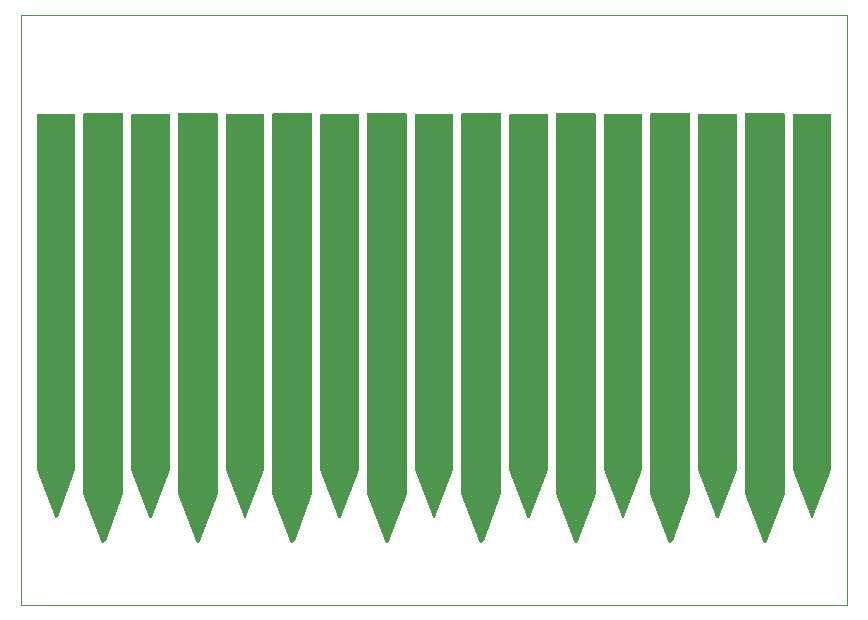
<source format=gts>
G04 EAGLE Gerber RS-274X export*
G75*
%MOMM*%
%FSLAX34Y34*%
%LPD*%
%INStop Mask Top*%
%IPPOS*%
%AMOC8*
5,1,8,0,0,1.08239X$1,22.5*%
G01*
%ADD10C,0.000000*%

G36*
X70035Y52975D02*
X70035Y52975D01*
X70113Y52972D01*
X70236Y52991D01*
X70359Y53001D01*
X70434Y53022D01*
X70511Y53034D01*
X70627Y53077D01*
X70746Y53111D01*
X70816Y53147D01*
X70889Y53174D01*
X70994Y53238D01*
X71104Y53295D01*
X71165Y53344D01*
X71232Y53385D01*
X71322Y53469D01*
X71419Y53546D01*
X71469Y53606D01*
X71526Y53659D01*
X71598Y53760D01*
X71678Y53855D01*
X71715Y53923D01*
X71760Y53987D01*
X71829Y54132D01*
X71871Y54208D01*
X71882Y54244D01*
X71902Y54287D01*
X86902Y94287D01*
X86951Y94472D01*
X87004Y94669D01*
X87004Y94673D01*
X87005Y94676D01*
X87007Y94701D01*
X87031Y95000D01*
X87031Y415000D01*
X87029Y415018D01*
X87031Y415036D01*
X87010Y415218D01*
X86991Y415401D01*
X86986Y415418D01*
X86984Y415435D01*
X86927Y415610D01*
X86873Y415786D01*
X86865Y415801D01*
X86859Y415818D01*
X86769Y415978D01*
X86681Y416140D01*
X86670Y416153D01*
X86661Y416169D01*
X86541Y416308D01*
X86424Y416449D01*
X86410Y416460D01*
X86398Y416474D01*
X86253Y416586D01*
X86110Y416701D01*
X86094Y416709D01*
X86080Y416720D01*
X85915Y416802D01*
X85753Y416887D01*
X85736Y416892D01*
X85720Y416900D01*
X85541Y416947D01*
X85366Y416998D01*
X85348Y417000D01*
X85331Y417004D01*
X85000Y417031D01*
X55000Y417031D01*
X54982Y417029D01*
X54964Y417031D01*
X54782Y417010D01*
X54599Y416991D01*
X54582Y416986D01*
X54565Y416984D01*
X54390Y416927D01*
X54214Y416873D01*
X54199Y416865D01*
X54182Y416859D01*
X54022Y416769D01*
X53860Y416681D01*
X53847Y416670D01*
X53831Y416661D01*
X53692Y416541D01*
X53551Y416424D01*
X53540Y416410D01*
X53527Y416398D01*
X53414Y416253D01*
X53299Y416110D01*
X53291Y416094D01*
X53280Y416080D01*
X53198Y415915D01*
X53113Y415753D01*
X53108Y415736D01*
X53100Y415720D01*
X53053Y415541D01*
X53002Y415366D01*
X53000Y415348D01*
X52996Y415331D01*
X52969Y415000D01*
X52969Y95000D01*
X52988Y94805D01*
X53007Y94606D01*
X53008Y94602D01*
X53009Y94599D01*
X53016Y94575D01*
X53098Y94287D01*
X68098Y54287D01*
X68133Y54217D01*
X68158Y54143D01*
X68221Y54037D01*
X68276Y53926D01*
X68324Y53864D01*
X68363Y53797D01*
X68446Y53705D01*
X68522Y53607D01*
X68581Y53556D01*
X68633Y53498D01*
X68732Y53424D01*
X68826Y53343D01*
X68893Y53304D01*
X68956Y53258D01*
X69068Y53205D01*
X69176Y53144D01*
X69250Y53119D01*
X69320Y53086D01*
X69440Y53056D01*
X69558Y53017D01*
X69636Y53008D01*
X69711Y52989D01*
X69835Y52984D01*
X69958Y52969D01*
X70035Y52975D01*
G37*
G36*
X550035Y52975D02*
X550035Y52975D01*
X550113Y52972D01*
X550236Y52991D01*
X550359Y53001D01*
X550434Y53022D01*
X550511Y53034D01*
X550627Y53077D01*
X550746Y53111D01*
X550816Y53147D01*
X550889Y53174D01*
X550994Y53238D01*
X551104Y53295D01*
X551165Y53344D01*
X551232Y53385D01*
X551322Y53469D01*
X551419Y53546D01*
X551469Y53606D01*
X551526Y53659D01*
X551598Y53760D01*
X551678Y53855D01*
X551715Y53923D01*
X551760Y53987D01*
X551829Y54132D01*
X551871Y54208D01*
X551882Y54244D01*
X551902Y54287D01*
X566902Y94287D01*
X566951Y94472D01*
X567004Y94669D01*
X567004Y94673D01*
X567005Y94676D01*
X567007Y94701D01*
X567031Y95000D01*
X567031Y415000D01*
X567029Y415018D01*
X567031Y415036D01*
X567010Y415218D01*
X566991Y415401D01*
X566986Y415418D01*
X566984Y415435D01*
X566927Y415610D01*
X566873Y415786D01*
X566865Y415801D01*
X566859Y415818D01*
X566769Y415978D01*
X566681Y416140D01*
X566670Y416153D01*
X566661Y416169D01*
X566541Y416308D01*
X566424Y416449D01*
X566410Y416460D01*
X566398Y416474D01*
X566253Y416586D01*
X566110Y416701D01*
X566094Y416709D01*
X566080Y416720D01*
X565915Y416802D01*
X565753Y416887D01*
X565736Y416892D01*
X565720Y416900D01*
X565541Y416947D01*
X565366Y416998D01*
X565348Y417000D01*
X565331Y417004D01*
X565000Y417031D01*
X535000Y417031D01*
X534982Y417029D01*
X534964Y417031D01*
X534782Y417010D01*
X534599Y416991D01*
X534582Y416986D01*
X534565Y416984D01*
X534390Y416927D01*
X534214Y416873D01*
X534199Y416865D01*
X534182Y416859D01*
X534022Y416769D01*
X533860Y416681D01*
X533847Y416670D01*
X533831Y416661D01*
X533692Y416541D01*
X533551Y416424D01*
X533540Y416410D01*
X533527Y416398D01*
X533414Y416253D01*
X533299Y416110D01*
X533291Y416094D01*
X533280Y416080D01*
X533198Y415915D01*
X533113Y415753D01*
X533108Y415736D01*
X533100Y415720D01*
X533053Y415541D01*
X533002Y415366D01*
X533000Y415348D01*
X532996Y415331D01*
X532969Y415000D01*
X532969Y95000D01*
X532988Y94805D01*
X533007Y94606D01*
X533008Y94602D01*
X533009Y94599D01*
X533016Y94575D01*
X533098Y94287D01*
X548098Y54287D01*
X548133Y54217D01*
X548158Y54143D01*
X548221Y54037D01*
X548276Y53926D01*
X548324Y53864D01*
X548363Y53797D01*
X548446Y53705D01*
X548522Y53607D01*
X548581Y53556D01*
X548633Y53498D01*
X548732Y53424D01*
X548826Y53343D01*
X548893Y53304D01*
X548956Y53258D01*
X549068Y53205D01*
X549176Y53144D01*
X549250Y53119D01*
X549320Y53086D01*
X549440Y53056D01*
X549558Y53017D01*
X549636Y53008D01*
X549711Y52989D01*
X549835Y52984D01*
X549958Y52969D01*
X550035Y52975D01*
G37*
G36*
X390035Y52975D02*
X390035Y52975D01*
X390113Y52972D01*
X390236Y52991D01*
X390359Y53001D01*
X390434Y53022D01*
X390511Y53034D01*
X390627Y53077D01*
X390746Y53111D01*
X390816Y53147D01*
X390889Y53174D01*
X390994Y53238D01*
X391104Y53295D01*
X391165Y53344D01*
X391232Y53385D01*
X391322Y53469D01*
X391419Y53546D01*
X391469Y53606D01*
X391526Y53659D01*
X391598Y53760D01*
X391678Y53855D01*
X391715Y53923D01*
X391760Y53987D01*
X391829Y54132D01*
X391871Y54208D01*
X391882Y54244D01*
X391902Y54287D01*
X406902Y94287D01*
X406951Y94472D01*
X407004Y94669D01*
X407004Y94673D01*
X407005Y94676D01*
X407007Y94701D01*
X407031Y95000D01*
X407031Y415000D01*
X407029Y415018D01*
X407031Y415036D01*
X407010Y415218D01*
X406991Y415401D01*
X406986Y415418D01*
X406984Y415435D01*
X406927Y415610D01*
X406873Y415786D01*
X406865Y415801D01*
X406859Y415818D01*
X406769Y415978D01*
X406681Y416140D01*
X406670Y416153D01*
X406661Y416169D01*
X406541Y416308D01*
X406424Y416449D01*
X406410Y416460D01*
X406398Y416474D01*
X406253Y416586D01*
X406110Y416701D01*
X406094Y416709D01*
X406080Y416720D01*
X405915Y416802D01*
X405753Y416887D01*
X405736Y416892D01*
X405720Y416900D01*
X405541Y416947D01*
X405366Y416998D01*
X405348Y417000D01*
X405331Y417004D01*
X405000Y417031D01*
X375000Y417031D01*
X374982Y417029D01*
X374964Y417031D01*
X374782Y417010D01*
X374599Y416991D01*
X374582Y416986D01*
X374565Y416984D01*
X374390Y416927D01*
X374214Y416873D01*
X374199Y416865D01*
X374182Y416859D01*
X374022Y416769D01*
X373860Y416681D01*
X373847Y416670D01*
X373831Y416661D01*
X373692Y416541D01*
X373551Y416424D01*
X373540Y416410D01*
X373527Y416398D01*
X373414Y416253D01*
X373299Y416110D01*
X373291Y416094D01*
X373280Y416080D01*
X373198Y415915D01*
X373113Y415753D01*
X373108Y415736D01*
X373100Y415720D01*
X373053Y415541D01*
X373002Y415366D01*
X373000Y415348D01*
X372996Y415331D01*
X372969Y415000D01*
X372969Y95000D01*
X372988Y94805D01*
X373007Y94606D01*
X373008Y94602D01*
X373009Y94599D01*
X373016Y94575D01*
X373098Y94287D01*
X388098Y54287D01*
X388133Y54217D01*
X388158Y54143D01*
X388221Y54037D01*
X388276Y53926D01*
X388324Y53864D01*
X388363Y53797D01*
X388446Y53705D01*
X388522Y53607D01*
X388581Y53556D01*
X388633Y53498D01*
X388732Y53424D01*
X388826Y53343D01*
X388893Y53304D01*
X388956Y53258D01*
X389068Y53205D01*
X389176Y53144D01*
X389250Y53119D01*
X389320Y53086D01*
X389440Y53056D01*
X389558Y53017D01*
X389636Y53008D01*
X389711Y52989D01*
X389835Y52984D01*
X389958Y52969D01*
X390035Y52975D01*
G37*
G36*
X630035Y52975D02*
X630035Y52975D01*
X630113Y52972D01*
X630236Y52991D01*
X630359Y53001D01*
X630434Y53022D01*
X630511Y53034D01*
X630627Y53077D01*
X630746Y53111D01*
X630816Y53147D01*
X630889Y53174D01*
X630994Y53238D01*
X631104Y53295D01*
X631165Y53344D01*
X631232Y53385D01*
X631322Y53469D01*
X631419Y53546D01*
X631469Y53606D01*
X631526Y53659D01*
X631598Y53760D01*
X631678Y53855D01*
X631715Y53923D01*
X631760Y53987D01*
X631829Y54132D01*
X631871Y54208D01*
X631882Y54244D01*
X631902Y54287D01*
X646902Y94287D01*
X646951Y94472D01*
X647004Y94669D01*
X647004Y94673D01*
X647005Y94676D01*
X647007Y94701D01*
X647031Y95000D01*
X647031Y415000D01*
X647029Y415018D01*
X647031Y415036D01*
X647010Y415218D01*
X646991Y415401D01*
X646986Y415418D01*
X646984Y415435D01*
X646927Y415610D01*
X646873Y415786D01*
X646865Y415801D01*
X646859Y415818D01*
X646769Y415978D01*
X646681Y416140D01*
X646670Y416153D01*
X646661Y416169D01*
X646541Y416308D01*
X646424Y416449D01*
X646410Y416460D01*
X646398Y416474D01*
X646253Y416586D01*
X646110Y416701D01*
X646094Y416709D01*
X646080Y416720D01*
X645915Y416802D01*
X645753Y416887D01*
X645736Y416892D01*
X645720Y416900D01*
X645541Y416947D01*
X645366Y416998D01*
X645348Y417000D01*
X645331Y417004D01*
X645000Y417031D01*
X615000Y417031D01*
X614982Y417029D01*
X614964Y417031D01*
X614782Y417010D01*
X614599Y416991D01*
X614582Y416986D01*
X614565Y416984D01*
X614390Y416927D01*
X614214Y416873D01*
X614199Y416865D01*
X614182Y416859D01*
X614022Y416769D01*
X613860Y416681D01*
X613847Y416670D01*
X613831Y416661D01*
X613692Y416541D01*
X613551Y416424D01*
X613540Y416410D01*
X613527Y416398D01*
X613414Y416253D01*
X613299Y416110D01*
X613291Y416094D01*
X613280Y416080D01*
X613198Y415915D01*
X613113Y415753D01*
X613108Y415736D01*
X613100Y415720D01*
X613053Y415541D01*
X613002Y415366D01*
X613000Y415348D01*
X612996Y415331D01*
X612969Y415000D01*
X612969Y95000D01*
X612988Y94805D01*
X613007Y94606D01*
X613008Y94602D01*
X613009Y94599D01*
X613016Y94575D01*
X613098Y94287D01*
X628098Y54287D01*
X628133Y54217D01*
X628158Y54143D01*
X628221Y54037D01*
X628276Y53926D01*
X628324Y53864D01*
X628363Y53797D01*
X628446Y53705D01*
X628522Y53607D01*
X628581Y53556D01*
X628633Y53498D01*
X628732Y53424D01*
X628826Y53343D01*
X628893Y53304D01*
X628956Y53258D01*
X629068Y53205D01*
X629176Y53144D01*
X629250Y53119D01*
X629320Y53086D01*
X629440Y53056D01*
X629558Y53017D01*
X629636Y53008D01*
X629711Y52989D01*
X629835Y52984D01*
X629958Y52969D01*
X630035Y52975D01*
G37*
G36*
X310035Y52975D02*
X310035Y52975D01*
X310113Y52972D01*
X310236Y52991D01*
X310359Y53001D01*
X310434Y53022D01*
X310511Y53034D01*
X310627Y53077D01*
X310746Y53111D01*
X310816Y53147D01*
X310889Y53174D01*
X310994Y53238D01*
X311104Y53295D01*
X311165Y53344D01*
X311232Y53385D01*
X311322Y53469D01*
X311419Y53546D01*
X311469Y53606D01*
X311526Y53659D01*
X311598Y53760D01*
X311678Y53855D01*
X311715Y53923D01*
X311760Y53987D01*
X311829Y54132D01*
X311871Y54208D01*
X311882Y54244D01*
X311902Y54287D01*
X326902Y94287D01*
X326951Y94472D01*
X327004Y94669D01*
X327004Y94673D01*
X327005Y94676D01*
X327007Y94701D01*
X327031Y95000D01*
X327031Y415000D01*
X327029Y415018D01*
X327031Y415036D01*
X327010Y415218D01*
X326991Y415401D01*
X326986Y415418D01*
X326984Y415435D01*
X326927Y415610D01*
X326873Y415786D01*
X326865Y415801D01*
X326859Y415818D01*
X326769Y415978D01*
X326681Y416140D01*
X326670Y416153D01*
X326661Y416169D01*
X326541Y416308D01*
X326424Y416449D01*
X326410Y416460D01*
X326398Y416474D01*
X326253Y416586D01*
X326110Y416701D01*
X326094Y416709D01*
X326080Y416720D01*
X325915Y416802D01*
X325753Y416887D01*
X325736Y416892D01*
X325720Y416900D01*
X325541Y416947D01*
X325366Y416998D01*
X325348Y417000D01*
X325331Y417004D01*
X325000Y417031D01*
X295000Y417031D01*
X294982Y417029D01*
X294964Y417031D01*
X294782Y417010D01*
X294599Y416991D01*
X294582Y416986D01*
X294565Y416984D01*
X294390Y416927D01*
X294214Y416873D01*
X294199Y416865D01*
X294182Y416859D01*
X294022Y416769D01*
X293860Y416681D01*
X293847Y416670D01*
X293831Y416661D01*
X293692Y416541D01*
X293551Y416424D01*
X293540Y416410D01*
X293527Y416398D01*
X293414Y416253D01*
X293299Y416110D01*
X293291Y416094D01*
X293280Y416080D01*
X293198Y415915D01*
X293113Y415753D01*
X293108Y415736D01*
X293100Y415720D01*
X293053Y415541D01*
X293002Y415366D01*
X293000Y415348D01*
X292996Y415331D01*
X292969Y415000D01*
X292969Y95000D01*
X292988Y94805D01*
X293007Y94606D01*
X293008Y94602D01*
X293009Y94599D01*
X293016Y94575D01*
X293098Y94287D01*
X308098Y54287D01*
X308133Y54217D01*
X308158Y54143D01*
X308221Y54037D01*
X308276Y53926D01*
X308324Y53864D01*
X308363Y53797D01*
X308446Y53705D01*
X308522Y53607D01*
X308581Y53556D01*
X308633Y53498D01*
X308732Y53424D01*
X308826Y53343D01*
X308893Y53304D01*
X308956Y53258D01*
X309068Y53205D01*
X309176Y53144D01*
X309250Y53119D01*
X309320Y53086D01*
X309440Y53056D01*
X309558Y53017D01*
X309636Y53008D01*
X309711Y52989D01*
X309835Y52984D01*
X309958Y52969D01*
X310035Y52975D01*
G37*
G36*
X470035Y52975D02*
X470035Y52975D01*
X470113Y52972D01*
X470236Y52991D01*
X470359Y53001D01*
X470434Y53022D01*
X470511Y53034D01*
X470627Y53077D01*
X470746Y53111D01*
X470816Y53147D01*
X470889Y53174D01*
X470994Y53238D01*
X471104Y53295D01*
X471165Y53344D01*
X471232Y53385D01*
X471322Y53469D01*
X471419Y53546D01*
X471469Y53606D01*
X471526Y53659D01*
X471598Y53760D01*
X471678Y53855D01*
X471715Y53923D01*
X471760Y53987D01*
X471829Y54132D01*
X471871Y54208D01*
X471882Y54244D01*
X471902Y54287D01*
X486902Y94287D01*
X486951Y94472D01*
X487004Y94669D01*
X487004Y94673D01*
X487005Y94676D01*
X487007Y94701D01*
X487031Y95000D01*
X487031Y415000D01*
X487029Y415018D01*
X487031Y415036D01*
X487010Y415218D01*
X486991Y415401D01*
X486986Y415418D01*
X486984Y415435D01*
X486927Y415610D01*
X486873Y415786D01*
X486865Y415801D01*
X486859Y415818D01*
X486769Y415978D01*
X486681Y416140D01*
X486670Y416153D01*
X486661Y416169D01*
X486541Y416308D01*
X486424Y416449D01*
X486410Y416460D01*
X486398Y416474D01*
X486253Y416586D01*
X486110Y416701D01*
X486094Y416709D01*
X486080Y416720D01*
X485915Y416802D01*
X485753Y416887D01*
X485736Y416892D01*
X485720Y416900D01*
X485541Y416947D01*
X485366Y416998D01*
X485348Y417000D01*
X485331Y417004D01*
X485000Y417031D01*
X455000Y417031D01*
X454982Y417029D01*
X454964Y417031D01*
X454782Y417010D01*
X454599Y416991D01*
X454582Y416986D01*
X454565Y416984D01*
X454390Y416927D01*
X454214Y416873D01*
X454199Y416865D01*
X454182Y416859D01*
X454022Y416769D01*
X453860Y416681D01*
X453847Y416670D01*
X453831Y416661D01*
X453692Y416541D01*
X453551Y416424D01*
X453540Y416410D01*
X453527Y416398D01*
X453414Y416253D01*
X453299Y416110D01*
X453291Y416094D01*
X453280Y416080D01*
X453198Y415915D01*
X453113Y415753D01*
X453108Y415736D01*
X453100Y415720D01*
X453053Y415541D01*
X453002Y415366D01*
X453000Y415348D01*
X452996Y415331D01*
X452969Y415000D01*
X452969Y95000D01*
X452988Y94805D01*
X453007Y94606D01*
X453008Y94602D01*
X453009Y94599D01*
X453016Y94575D01*
X453098Y94287D01*
X468098Y54287D01*
X468133Y54217D01*
X468158Y54143D01*
X468221Y54037D01*
X468276Y53926D01*
X468324Y53864D01*
X468363Y53797D01*
X468446Y53705D01*
X468522Y53607D01*
X468581Y53556D01*
X468633Y53498D01*
X468732Y53424D01*
X468826Y53343D01*
X468893Y53304D01*
X468956Y53258D01*
X469068Y53205D01*
X469176Y53144D01*
X469250Y53119D01*
X469320Y53086D01*
X469440Y53056D01*
X469558Y53017D01*
X469636Y53008D01*
X469711Y52989D01*
X469835Y52984D01*
X469958Y52969D01*
X470035Y52975D01*
G37*
G36*
X230035Y52975D02*
X230035Y52975D01*
X230113Y52972D01*
X230236Y52991D01*
X230359Y53001D01*
X230434Y53022D01*
X230511Y53034D01*
X230627Y53077D01*
X230746Y53111D01*
X230816Y53147D01*
X230889Y53174D01*
X230994Y53238D01*
X231104Y53295D01*
X231165Y53344D01*
X231232Y53385D01*
X231322Y53469D01*
X231419Y53546D01*
X231469Y53606D01*
X231526Y53659D01*
X231598Y53760D01*
X231678Y53855D01*
X231715Y53923D01*
X231760Y53987D01*
X231829Y54132D01*
X231871Y54208D01*
X231882Y54244D01*
X231902Y54287D01*
X246902Y94287D01*
X246951Y94472D01*
X247004Y94669D01*
X247004Y94673D01*
X247005Y94676D01*
X247007Y94701D01*
X247031Y95000D01*
X247031Y415000D01*
X247029Y415018D01*
X247031Y415036D01*
X247010Y415218D01*
X246991Y415401D01*
X246986Y415418D01*
X246984Y415435D01*
X246927Y415610D01*
X246873Y415786D01*
X246865Y415801D01*
X246859Y415818D01*
X246769Y415978D01*
X246681Y416140D01*
X246670Y416153D01*
X246661Y416169D01*
X246541Y416308D01*
X246424Y416449D01*
X246410Y416460D01*
X246398Y416474D01*
X246253Y416586D01*
X246110Y416701D01*
X246094Y416709D01*
X246080Y416720D01*
X245915Y416802D01*
X245753Y416887D01*
X245736Y416892D01*
X245720Y416900D01*
X245541Y416947D01*
X245366Y416998D01*
X245348Y417000D01*
X245331Y417004D01*
X245000Y417031D01*
X215000Y417031D01*
X214982Y417029D01*
X214964Y417031D01*
X214782Y417010D01*
X214599Y416991D01*
X214582Y416986D01*
X214565Y416984D01*
X214390Y416927D01*
X214214Y416873D01*
X214199Y416865D01*
X214182Y416859D01*
X214022Y416769D01*
X213860Y416681D01*
X213847Y416670D01*
X213831Y416661D01*
X213692Y416541D01*
X213551Y416424D01*
X213540Y416410D01*
X213527Y416398D01*
X213414Y416253D01*
X213299Y416110D01*
X213291Y416094D01*
X213280Y416080D01*
X213198Y415915D01*
X213113Y415753D01*
X213108Y415736D01*
X213100Y415720D01*
X213053Y415541D01*
X213002Y415366D01*
X213000Y415348D01*
X212996Y415331D01*
X212969Y415000D01*
X212969Y95000D01*
X212988Y94805D01*
X213007Y94606D01*
X213008Y94602D01*
X213009Y94599D01*
X213016Y94575D01*
X213098Y94287D01*
X228098Y54287D01*
X228133Y54217D01*
X228158Y54143D01*
X228221Y54037D01*
X228276Y53926D01*
X228324Y53864D01*
X228363Y53797D01*
X228446Y53705D01*
X228522Y53607D01*
X228581Y53556D01*
X228633Y53498D01*
X228732Y53424D01*
X228826Y53343D01*
X228893Y53304D01*
X228956Y53258D01*
X229068Y53205D01*
X229176Y53144D01*
X229250Y53119D01*
X229320Y53086D01*
X229440Y53056D01*
X229558Y53017D01*
X229636Y53008D01*
X229711Y52989D01*
X229835Y52984D01*
X229958Y52969D01*
X230035Y52975D01*
G37*
G36*
X150035Y52975D02*
X150035Y52975D01*
X150113Y52972D01*
X150236Y52991D01*
X150359Y53001D01*
X150434Y53022D01*
X150511Y53034D01*
X150627Y53077D01*
X150746Y53111D01*
X150816Y53147D01*
X150889Y53174D01*
X150994Y53238D01*
X151104Y53295D01*
X151165Y53344D01*
X151232Y53385D01*
X151322Y53469D01*
X151419Y53546D01*
X151469Y53606D01*
X151526Y53659D01*
X151598Y53760D01*
X151678Y53855D01*
X151715Y53923D01*
X151760Y53987D01*
X151829Y54132D01*
X151871Y54208D01*
X151882Y54244D01*
X151902Y54287D01*
X166902Y94287D01*
X166951Y94472D01*
X167004Y94669D01*
X167004Y94673D01*
X167005Y94676D01*
X167007Y94701D01*
X167031Y95000D01*
X167031Y415000D01*
X167029Y415018D01*
X167031Y415036D01*
X167010Y415218D01*
X166991Y415401D01*
X166986Y415418D01*
X166984Y415435D01*
X166927Y415610D01*
X166873Y415786D01*
X166865Y415801D01*
X166859Y415818D01*
X166769Y415978D01*
X166681Y416140D01*
X166670Y416153D01*
X166661Y416169D01*
X166541Y416308D01*
X166424Y416449D01*
X166410Y416460D01*
X166398Y416474D01*
X166253Y416586D01*
X166110Y416701D01*
X166094Y416709D01*
X166080Y416720D01*
X165915Y416802D01*
X165753Y416887D01*
X165736Y416892D01*
X165720Y416900D01*
X165541Y416947D01*
X165366Y416998D01*
X165348Y417000D01*
X165331Y417004D01*
X165000Y417031D01*
X135000Y417031D01*
X134982Y417029D01*
X134964Y417031D01*
X134782Y417010D01*
X134599Y416991D01*
X134582Y416986D01*
X134565Y416984D01*
X134390Y416927D01*
X134214Y416873D01*
X134199Y416865D01*
X134182Y416859D01*
X134022Y416769D01*
X133860Y416681D01*
X133847Y416670D01*
X133831Y416661D01*
X133692Y416541D01*
X133551Y416424D01*
X133540Y416410D01*
X133527Y416398D01*
X133414Y416253D01*
X133299Y416110D01*
X133291Y416094D01*
X133280Y416080D01*
X133198Y415915D01*
X133113Y415753D01*
X133108Y415736D01*
X133100Y415720D01*
X133053Y415541D01*
X133002Y415366D01*
X133000Y415348D01*
X132996Y415331D01*
X132969Y415000D01*
X132969Y95000D01*
X132988Y94805D01*
X133007Y94606D01*
X133008Y94602D01*
X133009Y94599D01*
X133016Y94575D01*
X133098Y94287D01*
X148098Y54287D01*
X148133Y54217D01*
X148158Y54143D01*
X148221Y54037D01*
X148276Y53926D01*
X148324Y53864D01*
X148363Y53797D01*
X148446Y53705D01*
X148522Y53607D01*
X148581Y53556D01*
X148633Y53498D01*
X148732Y53424D01*
X148826Y53343D01*
X148893Y53304D01*
X148956Y53258D01*
X149068Y53205D01*
X149176Y53144D01*
X149250Y53119D01*
X149320Y53086D01*
X149440Y53056D01*
X149558Y53017D01*
X149636Y53008D01*
X149711Y52989D01*
X149835Y52984D01*
X149958Y52969D01*
X150035Y52975D01*
G37*
G36*
X190079Y73736D02*
X190079Y73736D01*
X190102Y73735D01*
X190235Y73763D01*
X190369Y73786D01*
X190390Y73795D01*
X190413Y73800D01*
X190535Y73860D01*
X190660Y73916D01*
X190678Y73930D01*
X190698Y73940D01*
X190802Y74029D01*
X190909Y74114D01*
X190922Y74132D01*
X190940Y74147D01*
X191018Y74259D01*
X191100Y74367D01*
X191109Y74389D01*
X191122Y74407D01*
X191188Y74554D01*
X206188Y114554D01*
X206222Y114697D01*
X206259Y114839D01*
X206260Y114856D01*
X206262Y114864D01*
X206262Y114880D01*
X206269Y115000D01*
X206269Y415000D01*
X206254Y415118D01*
X206247Y415237D01*
X206234Y415275D01*
X206229Y415316D01*
X206186Y415426D01*
X206149Y415539D01*
X206127Y415574D01*
X206112Y415611D01*
X206043Y415707D01*
X205979Y415808D01*
X205949Y415836D01*
X205926Y415869D01*
X205834Y415945D01*
X205747Y416026D01*
X205712Y416046D01*
X205681Y416071D01*
X205573Y416122D01*
X205469Y416180D01*
X205429Y416190D01*
X205393Y416207D01*
X205276Y416229D01*
X205161Y416259D01*
X205101Y416263D01*
X205081Y416267D01*
X205060Y416265D01*
X205000Y416269D01*
X175000Y416269D01*
X174882Y416254D01*
X174763Y416247D01*
X174725Y416234D01*
X174684Y416229D01*
X174574Y416186D01*
X174461Y416149D01*
X174426Y416127D01*
X174389Y416112D01*
X174293Y416043D01*
X174192Y415979D01*
X174164Y415949D01*
X174131Y415926D01*
X174056Y415834D01*
X173974Y415747D01*
X173954Y415712D01*
X173929Y415681D01*
X173878Y415573D01*
X173820Y415469D01*
X173810Y415429D01*
X173793Y415393D01*
X173771Y415276D01*
X173741Y415161D01*
X173737Y415101D01*
X173733Y415081D01*
X173735Y415060D01*
X173731Y415000D01*
X173731Y115000D01*
X173749Y114854D01*
X173765Y114708D01*
X173770Y114692D01*
X173771Y114684D01*
X173777Y114669D01*
X173812Y114554D01*
X188812Y74554D01*
X188822Y74534D01*
X188828Y74512D01*
X188896Y74394D01*
X188960Y74273D01*
X188975Y74256D01*
X188987Y74236D01*
X189081Y74138D01*
X189173Y74037D01*
X189192Y74024D01*
X189208Y74008D01*
X189324Y73937D01*
X189438Y73862D01*
X189460Y73854D01*
X189480Y73842D01*
X189610Y73802D01*
X189739Y73758D01*
X189762Y73756D01*
X189784Y73749D01*
X189920Y73743D01*
X190056Y73732D01*
X190079Y73736D01*
G37*
G36*
X510079Y73736D02*
X510079Y73736D01*
X510102Y73735D01*
X510235Y73763D01*
X510369Y73786D01*
X510390Y73795D01*
X510413Y73800D01*
X510535Y73860D01*
X510660Y73916D01*
X510678Y73930D01*
X510698Y73940D01*
X510802Y74029D01*
X510909Y74114D01*
X510922Y74132D01*
X510940Y74147D01*
X511018Y74259D01*
X511100Y74367D01*
X511109Y74389D01*
X511122Y74407D01*
X511188Y74554D01*
X526188Y114554D01*
X526222Y114697D01*
X526259Y114839D01*
X526260Y114856D01*
X526262Y114864D01*
X526262Y114880D01*
X526269Y115000D01*
X526269Y415000D01*
X526254Y415118D01*
X526247Y415237D01*
X526234Y415275D01*
X526229Y415316D01*
X526186Y415426D01*
X526149Y415539D01*
X526127Y415574D01*
X526112Y415611D01*
X526043Y415707D01*
X525979Y415808D01*
X525949Y415836D01*
X525926Y415869D01*
X525834Y415945D01*
X525747Y416026D01*
X525712Y416046D01*
X525681Y416071D01*
X525573Y416122D01*
X525469Y416180D01*
X525429Y416190D01*
X525393Y416207D01*
X525276Y416229D01*
X525161Y416259D01*
X525101Y416263D01*
X525081Y416267D01*
X525060Y416265D01*
X525000Y416269D01*
X495000Y416269D01*
X494882Y416254D01*
X494763Y416247D01*
X494725Y416234D01*
X494684Y416229D01*
X494574Y416186D01*
X494461Y416149D01*
X494426Y416127D01*
X494389Y416112D01*
X494293Y416043D01*
X494192Y415979D01*
X494164Y415949D01*
X494131Y415926D01*
X494056Y415834D01*
X493974Y415747D01*
X493954Y415712D01*
X493929Y415681D01*
X493878Y415573D01*
X493820Y415469D01*
X493810Y415429D01*
X493793Y415393D01*
X493771Y415276D01*
X493741Y415161D01*
X493737Y415101D01*
X493733Y415081D01*
X493735Y415060D01*
X493731Y415000D01*
X493731Y115000D01*
X493749Y114854D01*
X493765Y114708D01*
X493770Y114692D01*
X493771Y114684D01*
X493777Y114669D01*
X493812Y114554D01*
X508812Y74554D01*
X508822Y74534D01*
X508828Y74512D01*
X508896Y74394D01*
X508960Y74273D01*
X508975Y74256D01*
X508987Y74236D01*
X509081Y74138D01*
X509173Y74037D01*
X509192Y74024D01*
X509208Y74008D01*
X509324Y73937D01*
X509438Y73862D01*
X509460Y73854D01*
X509480Y73842D01*
X509610Y73802D01*
X509739Y73758D01*
X509762Y73756D01*
X509784Y73749D01*
X509920Y73743D01*
X510056Y73732D01*
X510079Y73736D01*
G37*
G36*
X350079Y73736D02*
X350079Y73736D01*
X350102Y73735D01*
X350235Y73763D01*
X350369Y73786D01*
X350390Y73795D01*
X350413Y73800D01*
X350535Y73860D01*
X350660Y73916D01*
X350678Y73930D01*
X350698Y73940D01*
X350802Y74029D01*
X350909Y74114D01*
X350922Y74132D01*
X350940Y74147D01*
X351018Y74259D01*
X351100Y74367D01*
X351109Y74389D01*
X351122Y74407D01*
X351188Y74554D01*
X366188Y114554D01*
X366222Y114697D01*
X366259Y114839D01*
X366260Y114856D01*
X366262Y114864D01*
X366262Y114880D01*
X366269Y115000D01*
X366269Y415000D01*
X366254Y415118D01*
X366247Y415237D01*
X366234Y415275D01*
X366229Y415316D01*
X366186Y415426D01*
X366149Y415539D01*
X366127Y415574D01*
X366112Y415611D01*
X366043Y415707D01*
X365979Y415808D01*
X365949Y415836D01*
X365926Y415869D01*
X365834Y415945D01*
X365747Y416026D01*
X365712Y416046D01*
X365681Y416071D01*
X365573Y416122D01*
X365469Y416180D01*
X365429Y416190D01*
X365393Y416207D01*
X365276Y416229D01*
X365161Y416259D01*
X365101Y416263D01*
X365081Y416267D01*
X365060Y416265D01*
X365000Y416269D01*
X335000Y416269D01*
X334882Y416254D01*
X334763Y416247D01*
X334725Y416234D01*
X334684Y416229D01*
X334574Y416186D01*
X334461Y416149D01*
X334426Y416127D01*
X334389Y416112D01*
X334293Y416043D01*
X334192Y415979D01*
X334164Y415949D01*
X334131Y415926D01*
X334056Y415834D01*
X333974Y415747D01*
X333954Y415712D01*
X333929Y415681D01*
X333878Y415573D01*
X333820Y415469D01*
X333810Y415429D01*
X333793Y415393D01*
X333771Y415276D01*
X333741Y415161D01*
X333737Y415101D01*
X333733Y415081D01*
X333735Y415060D01*
X333731Y415000D01*
X333731Y115000D01*
X333749Y114854D01*
X333765Y114708D01*
X333770Y114692D01*
X333771Y114684D01*
X333777Y114669D01*
X333812Y114554D01*
X348812Y74554D01*
X348822Y74534D01*
X348828Y74512D01*
X348896Y74394D01*
X348960Y74273D01*
X348975Y74256D01*
X348987Y74236D01*
X349081Y74138D01*
X349173Y74037D01*
X349192Y74024D01*
X349208Y74008D01*
X349324Y73937D01*
X349438Y73862D01*
X349460Y73854D01*
X349480Y73842D01*
X349610Y73802D01*
X349739Y73758D01*
X349762Y73756D01*
X349784Y73749D01*
X349920Y73743D01*
X350056Y73732D01*
X350079Y73736D01*
G37*
G36*
X430079Y73736D02*
X430079Y73736D01*
X430102Y73735D01*
X430235Y73763D01*
X430369Y73786D01*
X430390Y73795D01*
X430413Y73800D01*
X430535Y73860D01*
X430660Y73916D01*
X430678Y73930D01*
X430698Y73940D01*
X430802Y74029D01*
X430909Y74114D01*
X430922Y74132D01*
X430940Y74147D01*
X431018Y74259D01*
X431100Y74367D01*
X431109Y74389D01*
X431122Y74407D01*
X431188Y74554D01*
X446188Y114554D01*
X446222Y114697D01*
X446259Y114839D01*
X446260Y114856D01*
X446262Y114864D01*
X446262Y114880D01*
X446269Y115000D01*
X446269Y415000D01*
X446254Y415118D01*
X446247Y415237D01*
X446234Y415275D01*
X446229Y415316D01*
X446186Y415426D01*
X446149Y415539D01*
X446127Y415574D01*
X446112Y415611D01*
X446043Y415707D01*
X445979Y415808D01*
X445949Y415836D01*
X445926Y415869D01*
X445834Y415945D01*
X445747Y416026D01*
X445712Y416046D01*
X445681Y416071D01*
X445573Y416122D01*
X445469Y416180D01*
X445429Y416190D01*
X445393Y416207D01*
X445276Y416229D01*
X445161Y416259D01*
X445101Y416263D01*
X445081Y416267D01*
X445060Y416265D01*
X445000Y416269D01*
X415000Y416269D01*
X414882Y416254D01*
X414763Y416247D01*
X414725Y416234D01*
X414684Y416229D01*
X414574Y416186D01*
X414461Y416149D01*
X414426Y416127D01*
X414389Y416112D01*
X414293Y416043D01*
X414192Y415979D01*
X414164Y415949D01*
X414131Y415926D01*
X414056Y415834D01*
X413974Y415747D01*
X413954Y415712D01*
X413929Y415681D01*
X413878Y415573D01*
X413820Y415469D01*
X413810Y415429D01*
X413793Y415393D01*
X413771Y415276D01*
X413741Y415161D01*
X413737Y415101D01*
X413733Y415081D01*
X413735Y415060D01*
X413731Y415000D01*
X413731Y115000D01*
X413749Y114854D01*
X413765Y114708D01*
X413770Y114692D01*
X413771Y114684D01*
X413777Y114669D01*
X413812Y114554D01*
X428812Y74554D01*
X428822Y74534D01*
X428828Y74512D01*
X428896Y74394D01*
X428960Y74273D01*
X428975Y74256D01*
X428987Y74236D01*
X429081Y74138D01*
X429173Y74037D01*
X429192Y74024D01*
X429208Y74008D01*
X429324Y73937D01*
X429438Y73862D01*
X429460Y73854D01*
X429480Y73842D01*
X429610Y73802D01*
X429739Y73758D01*
X429762Y73756D01*
X429784Y73749D01*
X429920Y73743D01*
X430056Y73732D01*
X430079Y73736D01*
G37*
G36*
X270079Y73736D02*
X270079Y73736D01*
X270102Y73735D01*
X270235Y73763D01*
X270369Y73786D01*
X270390Y73795D01*
X270413Y73800D01*
X270535Y73860D01*
X270660Y73916D01*
X270678Y73930D01*
X270698Y73940D01*
X270802Y74029D01*
X270909Y74114D01*
X270922Y74132D01*
X270940Y74147D01*
X271018Y74259D01*
X271100Y74367D01*
X271109Y74389D01*
X271122Y74407D01*
X271188Y74554D01*
X286188Y114554D01*
X286222Y114697D01*
X286259Y114839D01*
X286260Y114856D01*
X286262Y114864D01*
X286262Y114880D01*
X286269Y115000D01*
X286269Y415000D01*
X286254Y415118D01*
X286247Y415237D01*
X286234Y415275D01*
X286229Y415316D01*
X286186Y415426D01*
X286149Y415539D01*
X286127Y415574D01*
X286112Y415611D01*
X286043Y415707D01*
X285979Y415808D01*
X285949Y415836D01*
X285926Y415869D01*
X285834Y415945D01*
X285747Y416026D01*
X285712Y416046D01*
X285681Y416071D01*
X285573Y416122D01*
X285469Y416180D01*
X285429Y416190D01*
X285393Y416207D01*
X285276Y416229D01*
X285161Y416259D01*
X285101Y416263D01*
X285081Y416267D01*
X285060Y416265D01*
X285000Y416269D01*
X255000Y416269D01*
X254882Y416254D01*
X254763Y416247D01*
X254725Y416234D01*
X254684Y416229D01*
X254574Y416186D01*
X254461Y416149D01*
X254426Y416127D01*
X254389Y416112D01*
X254293Y416043D01*
X254192Y415979D01*
X254164Y415949D01*
X254131Y415926D01*
X254056Y415834D01*
X253974Y415747D01*
X253954Y415712D01*
X253929Y415681D01*
X253878Y415573D01*
X253820Y415469D01*
X253810Y415429D01*
X253793Y415393D01*
X253771Y415276D01*
X253741Y415161D01*
X253737Y415101D01*
X253733Y415081D01*
X253735Y415060D01*
X253731Y415000D01*
X253731Y115000D01*
X253749Y114854D01*
X253765Y114708D01*
X253770Y114692D01*
X253771Y114684D01*
X253777Y114669D01*
X253812Y114554D01*
X268812Y74554D01*
X268822Y74534D01*
X268828Y74512D01*
X268896Y74394D01*
X268960Y74273D01*
X268975Y74256D01*
X268987Y74236D01*
X269081Y74138D01*
X269173Y74037D01*
X269192Y74024D01*
X269208Y74008D01*
X269324Y73937D01*
X269438Y73862D01*
X269460Y73854D01*
X269480Y73842D01*
X269610Y73802D01*
X269739Y73758D01*
X269762Y73756D01*
X269784Y73749D01*
X269920Y73743D01*
X270056Y73732D01*
X270079Y73736D01*
G37*
G36*
X670079Y73736D02*
X670079Y73736D01*
X670102Y73735D01*
X670235Y73763D01*
X670369Y73786D01*
X670390Y73795D01*
X670413Y73800D01*
X670535Y73860D01*
X670660Y73916D01*
X670678Y73930D01*
X670698Y73940D01*
X670802Y74029D01*
X670909Y74114D01*
X670922Y74132D01*
X670940Y74147D01*
X671018Y74259D01*
X671100Y74367D01*
X671109Y74389D01*
X671122Y74407D01*
X671188Y74554D01*
X686188Y114554D01*
X686222Y114697D01*
X686259Y114839D01*
X686260Y114856D01*
X686262Y114864D01*
X686262Y114880D01*
X686269Y115000D01*
X686269Y415000D01*
X686254Y415118D01*
X686247Y415237D01*
X686234Y415275D01*
X686229Y415316D01*
X686186Y415426D01*
X686149Y415539D01*
X686127Y415574D01*
X686112Y415611D01*
X686043Y415707D01*
X685979Y415808D01*
X685949Y415836D01*
X685926Y415869D01*
X685834Y415945D01*
X685747Y416026D01*
X685712Y416046D01*
X685681Y416071D01*
X685573Y416122D01*
X685469Y416180D01*
X685429Y416190D01*
X685393Y416207D01*
X685276Y416229D01*
X685161Y416259D01*
X685101Y416263D01*
X685081Y416267D01*
X685060Y416265D01*
X685000Y416269D01*
X655000Y416269D01*
X654882Y416254D01*
X654763Y416247D01*
X654725Y416234D01*
X654684Y416229D01*
X654574Y416186D01*
X654461Y416149D01*
X654426Y416127D01*
X654389Y416112D01*
X654293Y416043D01*
X654192Y415979D01*
X654164Y415949D01*
X654131Y415926D01*
X654056Y415834D01*
X653974Y415747D01*
X653954Y415712D01*
X653929Y415681D01*
X653878Y415573D01*
X653820Y415469D01*
X653810Y415429D01*
X653793Y415393D01*
X653771Y415276D01*
X653741Y415161D01*
X653737Y415101D01*
X653733Y415081D01*
X653735Y415060D01*
X653731Y415000D01*
X653731Y115000D01*
X653749Y114854D01*
X653765Y114708D01*
X653770Y114692D01*
X653771Y114684D01*
X653777Y114669D01*
X653812Y114554D01*
X668812Y74554D01*
X668822Y74534D01*
X668828Y74512D01*
X668896Y74394D01*
X668960Y74273D01*
X668975Y74256D01*
X668987Y74236D01*
X669081Y74138D01*
X669173Y74037D01*
X669192Y74024D01*
X669208Y74008D01*
X669324Y73937D01*
X669438Y73862D01*
X669460Y73854D01*
X669480Y73842D01*
X669610Y73802D01*
X669739Y73758D01*
X669762Y73756D01*
X669784Y73749D01*
X669920Y73743D01*
X670056Y73732D01*
X670079Y73736D01*
G37*
G36*
X30079Y73736D02*
X30079Y73736D01*
X30102Y73735D01*
X30235Y73763D01*
X30369Y73786D01*
X30390Y73795D01*
X30413Y73800D01*
X30535Y73860D01*
X30660Y73916D01*
X30678Y73930D01*
X30698Y73940D01*
X30802Y74029D01*
X30909Y74114D01*
X30922Y74132D01*
X30940Y74147D01*
X31018Y74259D01*
X31100Y74367D01*
X31109Y74389D01*
X31122Y74407D01*
X31188Y74554D01*
X46188Y114554D01*
X46222Y114697D01*
X46259Y114839D01*
X46260Y114856D01*
X46262Y114864D01*
X46262Y114880D01*
X46269Y115000D01*
X46269Y415000D01*
X46254Y415118D01*
X46247Y415237D01*
X46234Y415275D01*
X46229Y415316D01*
X46186Y415426D01*
X46149Y415539D01*
X46127Y415574D01*
X46112Y415611D01*
X46043Y415707D01*
X45979Y415808D01*
X45949Y415836D01*
X45926Y415869D01*
X45834Y415945D01*
X45747Y416026D01*
X45712Y416046D01*
X45681Y416071D01*
X45573Y416122D01*
X45469Y416180D01*
X45429Y416190D01*
X45393Y416207D01*
X45276Y416229D01*
X45161Y416259D01*
X45101Y416263D01*
X45081Y416267D01*
X45060Y416265D01*
X45000Y416269D01*
X15000Y416269D01*
X14882Y416254D01*
X14763Y416247D01*
X14725Y416234D01*
X14684Y416229D01*
X14574Y416186D01*
X14461Y416149D01*
X14426Y416127D01*
X14389Y416112D01*
X14293Y416043D01*
X14192Y415979D01*
X14164Y415949D01*
X14131Y415926D01*
X14056Y415834D01*
X13974Y415747D01*
X13954Y415712D01*
X13929Y415681D01*
X13878Y415573D01*
X13820Y415469D01*
X13810Y415429D01*
X13793Y415393D01*
X13771Y415276D01*
X13741Y415161D01*
X13737Y415101D01*
X13733Y415081D01*
X13735Y415060D01*
X13731Y415000D01*
X13731Y115000D01*
X13749Y114854D01*
X13765Y114708D01*
X13770Y114692D01*
X13771Y114684D01*
X13777Y114669D01*
X13812Y114554D01*
X28812Y74554D01*
X28822Y74534D01*
X28828Y74512D01*
X28896Y74394D01*
X28960Y74273D01*
X28975Y74256D01*
X28987Y74236D01*
X29081Y74138D01*
X29173Y74037D01*
X29192Y74024D01*
X29208Y74008D01*
X29324Y73937D01*
X29438Y73862D01*
X29460Y73854D01*
X29480Y73842D01*
X29610Y73802D01*
X29739Y73758D01*
X29762Y73756D01*
X29784Y73749D01*
X29920Y73743D01*
X30056Y73732D01*
X30079Y73736D01*
G37*
G36*
X590079Y73736D02*
X590079Y73736D01*
X590102Y73735D01*
X590235Y73763D01*
X590369Y73786D01*
X590390Y73795D01*
X590413Y73800D01*
X590535Y73860D01*
X590660Y73916D01*
X590678Y73930D01*
X590698Y73940D01*
X590802Y74029D01*
X590909Y74114D01*
X590922Y74132D01*
X590940Y74147D01*
X591018Y74259D01*
X591100Y74367D01*
X591109Y74389D01*
X591122Y74407D01*
X591188Y74554D01*
X606188Y114554D01*
X606222Y114697D01*
X606259Y114839D01*
X606260Y114856D01*
X606262Y114864D01*
X606262Y114880D01*
X606269Y115000D01*
X606269Y415000D01*
X606254Y415118D01*
X606247Y415237D01*
X606234Y415275D01*
X606229Y415316D01*
X606186Y415426D01*
X606149Y415539D01*
X606127Y415574D01*
X606112Y415611D01*
X606043Y415707D01*
X605979Y415808D01*
X605949Y415836D01*
X605926Y415869D01*
X605834Y415945D01*
X605747Y416026D01*
X605712Y416046D01*
X605681Y416071D01*
X605573Y416122D01*
X605469Y416180D01*
X605429Y416190D01*
X605393Y416207D01*
X605276Y416229D01*
X605161Y416259D01*
X605101Y416263D01*
X605081Y416267D01*
X605060Y416265D01*
X605000Y416269D01*
X575000Y416269D01*
X574882Y416254D01*
X574763Y416247D01*
X574725Y416234D01*
X574684Y416229D01*
X574574Y416186D01*
X574461Y416149D01*
X574426Y416127D01*
X574389Y416112D01*
X574293Y416043D01*
X574192Y415979D01*
X574164Y415949D01*
X574131Y415926D01*
X574056Y415834D01*
X573974Y415747D01*
X573954Y415712D01*
X573929Y415681D01*
X573878Y415573D01*
X573820Y415469D01*
X573810Y415429D01*
X573793Y415393D01*
X573771Y415276D01*
X573741Y415161D01*
X573737Y415101D01*
X573733Y415081D01*
X573735Y415060D01*
X573731Y415000D01*
X573731Y115000D01*
X573749Y114854D01*
X573765Y114708D01*
X573770Y114692D01*
X573771Y114684D01*
X573777Y114669D01*
X573812Y114554D01*
X588812Y74554D01*
X588822Y74534D01*
X588828Y74512D01*
X588896Y74394D01*
X588960Y74273D01*
X588975Y74256D01*
X588987Y74236D01*
X589081Y74138D01*
X589173Y74037D01*
X589192Y74024D01*
X589208Y74008D01*
X589324Y73937D01*
X589438Y73862D01*
X589460Y73854D01*
X589480Y73842D01*
X589610Y73802D01*
X589739Y73758D01*
X589762Y73756D01*
X589784Y73749D01*
X589920Y73743D01*
X590056Y73732D01*
X590079Y73736D01*
G37*
G36*
X110079Y73736D02*
X110079Y73736D01*
X110102Y73735D01*
X110235Y73763D01*
X110369Y73786D01*
X110390Y73795D01*
X110413Y73800D01*
X110535Y73860D01*
X110660Y73916D01*
X110678Y73930D01*
X110698Y73940D01*
X110802Y74029D01*
X110909Y74114D01*
X110922Y74132D01*
X110940Y74147D01*
X111018Y74259D01*
X111100Y74367D01*
X111109Y74389D01*
X111122Y74407D01*
X111188Y74554D01*
X126188Y114554D01*
X126222Y114697D01*
X126259Y114839D01*
X126260Y114856D01*
X126262Y114864D01*
X126262Y114880D01*
X126269Y115000D01*
X126269Y415000D01*
X126254Y415118D01*
X126247Y415237D01*
X126234Y415275D01*
X126229Y415316D01*
X126186Y415426D01*
X126149Y415539D01*
X126127Y415574D01*
X126112Y415611D01*
X126043Y415707D01*
X125979Y415808D01*
X125949Y415836D01*
X125926Y415869D01*
X125834Y415945D01*
X125747Y416026D01*
X125712Y416046D01*
X125681Y416071D01*
X125573Y416122D01*
X125469Y416180D01*
X125429Y416190D01*
X125393Y416207D01*
X125276Y416229D01*
X125161Y416259D01*
X125101Y416263D01*
X125081Y416267D01*
X125060Y416265D01*
X125000Y416269D01*
X95000Y416269D01*
X94882Y416254D01*
X94763Y416247D01*
X94725Y416234D01*
X94684Y416229D01*
X94574Y416186D01*
X94461Y416149D01*
X94426Y416127D01*
X94389Y416112D01*
X94293Y416043D01*
X94192Y415979D01*
X94164Y415949D01*
X94131Y415926D01*
X94056Y415834D01*
X93974Y415747D01*
X93954Y415712D01*
X93929Y415681D01*
X93878Y415573D01*
X93820Y415469D01*
X93810Y415429D01*
X93793Y415393D01*
X93771Y415276D01*
X93741Y415161D01*
X93737Y415101D01*
X93733Y415081D01*
X93735Y415060D01*
X93731Y415000D01*
X93731Y115000D01*
X93749Y114854D01*
X93765Y114708D01*
X93770Y114692D01*
X93771Y114684D01*
X93777Y114669D01*
X93812Y114554D01*
X108812Y74554D01*
X108822Y74534D01*
X108828Y74512D01*
X108896Y74394D01*
X108960Y74273D01*
X108975Y74256D01*
X108987Y74236D01*
X109081Y74138D01*
X109173Y74037D01*
X109192Y74024D01*
X109208Y74008D01*
X109324Y73937D01*
X109438Y73862D01*
X109460Y73854D01*
X109480Y73842D01*
X109610Y73802D01*
X109739Y73758D01*
X109762Y73756D01*
X109784Y73749D01*
X109920Y73743D01*
X110056Y73732D01*
X110079Y73736D01*
G37*
D10*
X0Y0D02*
X0Y500000D01*
X700000Y500000D01*
X700000Y0D01*
X0Y0D01*
M02*

</source>
